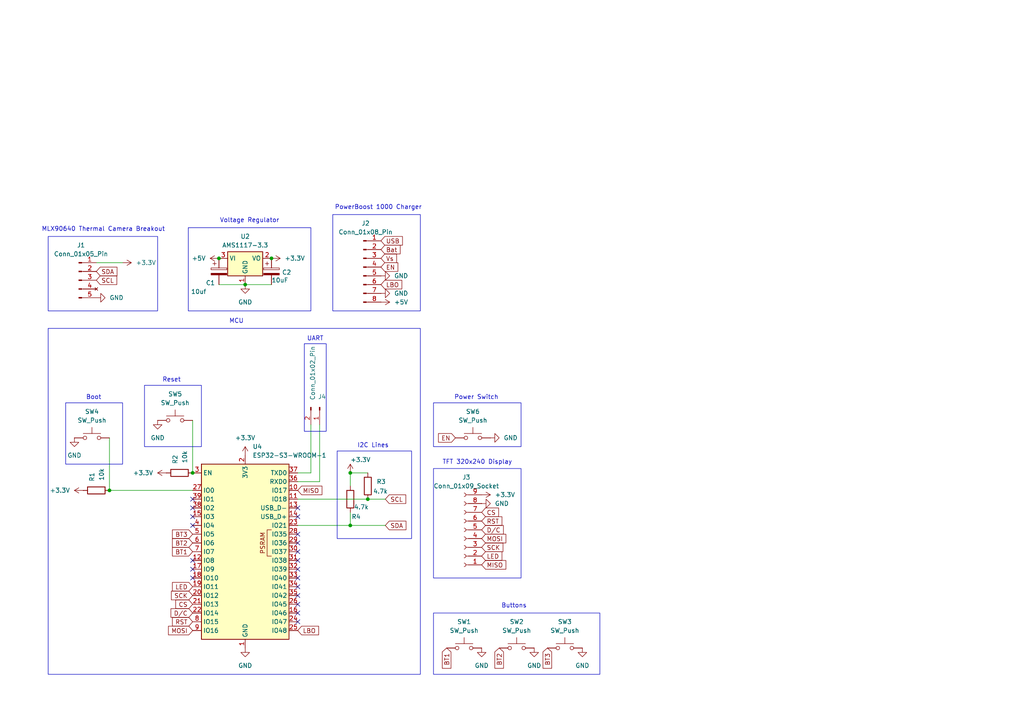
<source format=kicad_sch>
(kicad_sch (version 20250114) (generator "eeschema") (generator_version "9.0")
  (paper "A4")
  (title_block (title "IRview") (date "2025-07-24") (rev "3"))
  (lib_symbols
    (symbol "Connector:Conn_01x02_Pin" (pin_names (offset 1.016) (hide yes))
      (property "Reference" "J" (at 0 2.54 0))
      (property "Value" "Conn_01x02_Pin" (at 0 -5.08 0))
      (symbol "Conn_01x02_Pin_1_1"
        (rectangle (start 0.8636 0.127) (end 0 -0.127) (stroke (width 0.1524)) (fill (type outline)))
        (rectangle (start 0.8636 -2.413) (end 0 -2.667) (stroke (width 0.1524)) (fill (type outline)))
        (polyline (pts (xy 1.27 0) (xy 0.8636 0)) (stroke (width 0.1524)))
        (polyline (pts (xy 1.27 -2.54) (xy 0.8636 -2.54)) (stroke (width 0.1524)))
        (pin passive line (at 5.08 0 180) (length 3.81) (name "Pin_1") (number "1"))
        (pin passive line (at 5.08 -2.54 180) (length 3.81) (name "Pin_2") (number "2"))
      )
    )
    (symbol "Connector:Conn_01x05_Pin" (pin_names (offset 1.016) (hide yes))
      (property "Reference" "J1" (at 0.635 10.16 0))
      (property "Value" "Conn_01x05_Pin" (at 0.635 7.62 0))
      (symbol "Conn_01x05_Pin_1_1"
        (rectangle (start 0.8636 5.207) (end 0 4.953) (stroke (width 0.1524)) (fill (type outline)))
        (rectangle (start 0.8636 2.667) (end 0 2.413) (stroke (width 0.1524)) (fill (type outline)))
        (rectangle (start 0.8636 0.127) (end 0 -0.127) (stroke (width 0.1524)) (fill (type outline)))
        (rectangle (start 0.8636 -2.413) (end 0 -2.667) (stroke (width 0.1524)) (fill (type outline)))
        (rectangle (start 0.8636 -4.953) (end 0 -5.207) (stroke (width 0.1524)) (fill (type outline)))
        (polyline (pts (xy 1.27 5.08) (xy 0.8636 5.08)) (stroke (width 0.1524)))
        (polyline (pts (xy 1.27 2.54) (xy 0.8636 2.54)) (stroke (width 0.1524)))
        (polyline (pts (xy 1.27 0) (xy 0.8636 0)) (stroke (width 0.1524)))
        (polyline (pts (xy 1.27 -2.54) (xy 0.8636 -2.54)) (stroke (width 0.1524)))
        (polyline (pts (xy 1.27 -5.08) (xy 0.8636 -5.08)) (stroke (width 0.1524)))
        (pin input line (at 5.08 5.08 180) (length 3.81) (name "3-6v") (number "1"))
        (pin passive line (at 5.08 2.54 180) (length 3.81) (name "SDA") (number "2"))
        (pin passive line (at 5.08 0 180) (length 3.81) (name "SCL") (number "3"))
        (pin no_connect line (at 5.08 -2.54 180) (length 3.81) (name "NC") (number "4"))
        (pin input line (at 5.08 -5.08 180) (length 3.81) (name "GND") (number "5"))
      )
    )
    (symbol "Connector:Conn_01x08_Pin" (pin_names (offset 1.016) (hide yes))
      (property "Reference" "J2" (at 0.635 12.7 0))
      (property "Value" "Conn_01x08_Pin" (at 0.635 10.16 0))
      (symbol "Conn_01x08_Pin_1_1"
        (rectangle (start 0.8636 7.747) (end 0 7.493) (stroke (width 0.1524)) (fill (type outline)))
        (rectangle (start 0.8636 5.207) (end 0 4.953) (stroke (width 0.1524)) (fill (type outline)))
        (rectangle (start 0.8636 2.667) (end 0 2.413) (stroke (width 0.1524)) (fill (type outline)))
        (rectangle (start 0.8636 0.127) (end 0 -0.127) (stroke (width 0.1524)) (fill (type outline)))
        (rectangle (start 0.8636 -2.413) (end 0 -2.667) (stroke (width 0.1524)) (fill (type outline)))
        (rectangle (start 0.8636 -4.953) (end 0 -5.207) (stroke (width 0.1524)) (fill (type outline)))
        (rectangle (start 0.8636 -7.493) (end 0 -7.747) (stroke (width 0.1524)) (fill (type outline)))
        (rectangle (start 0.8636 -10.033) (end 0 -10.287) (stroke (width 0.1524)) (fill (type outline)))
        (polyline (pts (xy 1.27 7.62) (xy 0.8636 7.62)) (stroke (width 0.1524)))
        (polyline (pts (xy 1.27 5.08) (xy 0.8636 5.08)) (stroke (width 0.1524)))
        (polyline (pts (xy 1.27 2.54) (xy 0.8636 2.54)) (stroke (width 0.1524)))
        (polyline (pts (xy 1.27 0) (xy 0.8636 0)) (stroke (width 0.1524)))
        (polyline (pts (xy 1.27 -2.54) (xy 0.8636 -2.54)))
        (polyline (pts (xy 1.27 -5.08) (xy 0.8636 -5.08)) (stroke (width 0.1524)))
        (polyline (pts (xy 1.27 -7.62) (xy 0.8636 -7.62)) (stroke (width 0.1524)))
        (polyline (pts (xy 1.27 -10.16) (xy 0.8636 -10.16)) (stroke (width 0.1524)))
        (pin passive line (at 5.08 7.62 180) (length 3.81) (name "USB") (number "1"))
        (pin passive line (at 5.08 5.08 180) (length 3.81) (name "Bat") (number "2"))
        (pin passive line (at 5.08 2.54 180) (length 3.81) (name "Vs") (number "3"))
        (pin passive line (at 5.08 0 180) (length 3.81) (name "EN") (number "4"))
        (pin input line (at 5.08 -2.54 180) (length 3.81) (name "GND") (number "5"))
        (pin passive line (at 5.08 -5.08 180) (length 3.81) (name "LBO") (number "6"))
        (pin input line (at 5.08 -7.62 180) (length 3.81) (name "G") (number "7"))
        (pin input line (at 5.08 -10.16 180) (length 3.81) (name "5V") (number "8"))
      )
    )
    (symbol "Connector:Conn_01x09_Socket" (pin_names (offset 1.016) (hide yes))
      (property "Reference" "J" (at 0 12.7 0))
      (property "Value" "Conn_01x09_Socket" (at 0 -12.7 0))
      (symbol "Conn_01x09_Socket_1_1"
        (polyline (pts (xy -1.27 10.16) (xy -0.508 10.16)) (stroke (width 0.1524)))
        (polyline (pts (xy -1.27 7.62) (xy -0.508 7.62)) (stroke (width 0.1524)))
        (polyline (pts (xy -1.27 5.08) (xy -0.508 5.08)) (stroke (width 0.1524)))
        (polyline (pts (xy -1.27 2.54) (xy -0.508 2.54)) (stroke (width 0.1524)))
        (polyline (pts (xy -1.27 0) (xy -0.508 0)) (stroke (width 0.1524)))
        (polyline (pts (xy -1.27 -2.54) (xy -0.508 -2.54)) (stroke (width 0.1524)))
        (polyline (pts (xy -1.27 -5.08) (xy -0.508 -5.08)) (stroke (width 0.1524)))
        (polyline (pts (xy -1.27 -7.62) (xy -0.508 -7.62)) (stroke (width 0.1524)))
        (polyline (pts (xy -1.27 -10.16) (xy -0.508 -10.16)) (stroke (width 0.1524)))
        (arc (start 0 9.652) (mid -0.5058 10.16) (end 0 10.668) (stroke (width 0.1524)))
        (arc (start 0 7.112) (mid -0.5058 7.62) (end 0 8.128) (stroke (width 0.1524)))
        (arc (start 0 4.572) (mid -0.5058 5.08) (end 0 5.588) (stroke (width 0.1524)))
        (arc (start 0 2.032) (mid -0.5058 2.54) (end 0 3.048) (stroke (width 0.1524)))
        (arc (start 0 -0.508) (mid -0.5058 0) (end 0 0.508) (stroke (width 0.1524)))
        (arc (start 0 -3.048) (mid -0.5058 -2.54) (end 0 -2.032) (stroke (width 0.1524)))
        (arc (start 0 -5.588) (mid -0.5058 -5.08) (end 0 -4.572) (stroke (width 0.1524)))
        (arc (start 0 -8.128) (mid -0.5058 -7.62) (end 0 -7.112) (stroke (width 0.1524)))
        (arc (start 0 -10.668) (mid -0.5058 -10.16) (end 0 -9.652) (stroke (width 0.1524)))
        (pin passive line (at -5.08 10.16 0) (length 3.81) (name "Pin_1") (number "1"))
        (pin passive line (at -5.08 7.62 0) (length 3.81) (name "Pin_2") (number "2"))
        (pin passive line (at -5.08 5.08 0) (length 3.81) (name "Pin_3") (number "3"))
        (pin passive line (at -5.08 2.54 0) (length 3.81) (name "Pin_4") (number "4"))
        (pin passive line (at -5.08 0 0) (length 3.81) (name "Pin_5") (number "5"))
        (pin passive line (at -5.08 -2.54 0) (length 3.81) (name "Pin_6") (number "6"))
        (pin passive line (at -5.08 -5.08 0) (length 3.81) (name "Pin_7") (number "7"))
        (pin passive line (at -5.08 -7.62 0) (length 3.81) (name "Pin_8") (number "8"))
        (pin passive line (at -5.08 -10.16 0) (length 3.81) (name "Pin_9") (number "9"))
      )
    )
    (symbol "Device:C_Polarized" (pin_numbers (hide yes)) (pin_names (offset 0.254))
      (property "Reference" "C" (at 0.635 2.54 0))
      (property "Value" "C_Polarized" (at 0.635 -2.54 0))
      (symbol "C_Polarized_0_1"
        (rectangle (start -2.286 0.508) (end 2.286 1.016))
        (polyline (pts (xy -1.778 2.286) (xy -0.762 2.286)))
        (polyline (pts (xy -1.27 2.794) (xy -1.27 1.778)))
        (rectangle (start 2.286 -0.508) (end -2.286 -1.016) (fill (type outline)))
      )
      (symbol "C_Polarized_1_1"
        (pin passive line (at 0 3.81 270) (length 2.794) (name "~") (number "1"))
        (pin passive line (at 0 -3.81 90) (length 2.794) (name "~") (number "2"))
      )
    )
    (symbol "Device:R" (pin_numbers (hide yes)) (pin_names (offset 0))
      (property "Reference" "R" (at 2.032 0 90))
      (property "Value" "R" (at 0 0 90))
      (symbol "R_0_1"
        (rectangle (start -1.016 -2.54) (end 1.016 2.54) (stroke (width 0.254)))
      )
      (symbol "R_1_1"
        (pin passive line (at 0 3.81 270) (length 1.27) (name "~") (number "1"))
        (pin passive line (at 0 -3.81 90) (length 1.27) (name "~") (number "2"))
      )
    )
    (symbol "RF_Module:ESP32-S3-WROOM-1"
      (property "Reference" "U" (at -12.7 26.67 0))
      (property "Value" "ESP32-S3-WROOM-1" (at 12.7 26.67 0))
      (symbol "ESP32-S3-WROOM-1_0_0"
        (rectangle (start -12.7 25.4) (end 12.7 -25.4) (stroke (width 0.254)) (fill (type background)))
        (text "PSRAM" (at 5.08 2.54 900) (effects (font (size 1.27 1.27))))
      )
      (symbol "ESP32-S3-WROOM-1_0_1"
        (polyline (pts (xy 7.62 -1.27) (xy 6.35 -1.27) (xy 6.35 6.35) (xy 7.62 6.35)))
      )
      (symbol "ESP32-S3-WROOM-1_1_1"
        (pin input line (at -15.24 22.86 0) (length 2.54) (name "EN") (number "3"))
        (pin bidirectional line (at -15.24 17.78 0) (length 2.54) (name "IO0") (number "27"))
        (pin bidirectional line (at -15.24 15.24 0) (length 2.54) (name "IO1") (number "39"))
        (pin bidirectional line (at -15.24 12.7 0) (length 2.54) (name "IO2") (number "38"))
        (pin bidirectional line (at -15.24 10.16 0) (length 2.54) (name "IO3") (number "15"))
        (pin bidirectional line (at -15.24 7.62 0) (length 2.54) (name "IO4") (number "4"))
        (pin bidirectional line (at -15.24 5.08 0) (length 2.54) (name "IO5") (number "5"))
        (pin bidirectional line (at -15.24 2.54 0) (length 2.54) (name "IO6") (number "6"))
        (pin bidirectional line (at -15.24 0 0) (length 2.54) (name "IO7") (number "7"))
        (pin bidirectional line (at -15.24 -2.54 0) (length 2.54) (name "IO8") (number "12"))
        (pin bidirectional line (at -15.24 -5.08 0) (length 2.54) (name "IO9") (number "17"))
        (pin bidirectional line (at -15.24 -7.62 0) (length 2.54) (name "IO10") (number "18"))
        (pin bidirectional line (at -15.24 -10.16 0) (length 2.54) (name "IO11") (number "19"))
        (pin bidirectional line (at -15.24 -12.7 0) (length 2.54) (name "IO12") (number "20"))
        (pin bidirectional line (at -15.24 -15.24 0) (length 2.54) (name "IO13") (number "21"))
        (pin bidirectional line (at -15.24 -17.78 0) (length 2.54) (name "IO14") (number "22"))
        (pin bidirectional line (at -15.24 -20.32 0) (length 2.54) (name "IO15") (number "8"))
        (pin bidirectional line (at -15.24 -22.86 0) (length 2.54) (name "IO16") (number "9"))
        (pin power_in line (at 0 27.94 270) (length 2.54) (name "3V3") (number "2"))
        (pin power_in line (at 0 -27.94 90) (length 2.54) (name "GND") (number "1"))
        (pin passive line (at 0 -27.94 90) (length 2.54) (hide yes) (name "GND") (number "40"))
        (pin passive line (at 0 -27.94 90) (length 2.54) (hide yes) (name "GND") (number "41"))
        (pin bidirectional line (at 15.24 22.86 180) (length 2.54) (name "TXD0") (number "37"))
        (pin bidirectional line (at 15.24 20.32 180) (length 2.54) (name "RXD0") (number "36"))
        (pin bidirectional line (at 15.24 17.78 180) (length 2.54) (name "IO17") (number "10"))
        (pin bidirectional line (at 15.24 15.24 180) (length 2.54) (name "IO18") (number "11"))
        (pin bidirectional line (at 15.24 12.7 180) (length 2.54) (name "USB_D-") (number "13"))
        (pin bidirectional line (at 15.24 10.16 180) (length 2.54) (name "USB_D+") (number "14"))
        (pin bidirectional line (at 15.24 7.62 180) (length 2.54) (name "IO21") (number "23"))
        (pin bidirectional line (at 15.24 5.08 180) (length 2.54) (name "IO35") (number "28"))
        (pin bidirectional line (at 15.24 2.54 180) (length 2.54) (name "IO36") (number "29"))
        (pin bidirectional line (at 15.24 0 180) (length 2.54) (name "IO37") (number "30"))
        (pin bidirectional line (at 15.24 -2.54 180) (length 2.54) (name "IO38") (number "31"))
        (pin bidirectional line (at 15.24 -5.08 180) (length 2.54) (name "IO39") (number "32"))
        (pin bidirectional line (at 15.24 -7.62 180) (length 2.54) (name "IO40") (number "33"))
        (pin bidirectional line (at 15.24 -10.16 180) (length 2.54) (name "IO41") (number "34"))
        (pin bidirectional line (at 15.24 -12.7 180) (length 2.54) (name "IO42") (number "35"))
        (pin bidirectional line (at 15.24 -15.24 180) (length 2.54) (name "IO45") (number "26"))
        (pin bidirectional line (at 15.24 -17.78 180) (length 2.54) (name "IO46") (number "16"))
        (pin bidirectional line (at 15.24 -20.32 180) (length 2.54) (name "IO47") (number "24"))
        (pin bidirectional line (at 15.24 -22.86 180) (length 2.54) (name "IO48") (number "25"))
      )
    )
    (symbol "Regulator_Linear:AMS1117-3.3"
      (property "Reference" "U" (at -3.81 3.175 0))
      (property "Value" "AMS1117-3.3" (at 0 3.175 0))
      (symbol "AMS1117-3.3_0_1"
        (rectangle (start -5.08 -5.08) (end 5.08 1.905) (stroke (width 0.254)) (fill (type background)))
      )
      (symbol "AMS1117-3.3_1_1"
        (pin power_in line (at -7.62 0 0) (length 2.54) (name "VI") (number "3"))
        (pin power_in line (at 0 -7.62 90) (length 2.54) (name "GND") (number "1"))
        (pin power_out line (at 7.62 0 180) (length 2.54) (name "VO") (number "2"))
      )
    )
    (symbol "Switch:SW_Push" (pin_numbers (hide yes)) (pin_names (offset 1.016) (hide yes))
      (property "Reference" "SW" (at 1.27 2.54 0))
      (property "Value" "SW_Push" (at 0 -1.524 0))
      (symbol "SW_Push_0_1"
        (circle (center -2.032 0) (radius 0.508))
        (polyline (pts (xy 0 1.27) (xy 0 3.048)))
        (circle (center 2.032 0) (radius 0.508))
        (polyline (pts (xy 2.54 1.27) (xy -2.54 1.27)))
        (pin passive line (at -5.08 0 0) (length 2.54) (name "1") (number "1"))
        (pin passive line (at 5.08 0 180) (length 2.54) (name "2") (number "2"))
      )
    )
    (symbol "power:+3.3V" (power) (pin_numbers (hide yes)) (pin_names (offset 0) (hide yes))
      (property "Value" "+3.3V" (at 0 3.556 0))
      (symbol "+3.3V_0_1"
        (polyline (pts (xy -0.762 1.27) (xy 0 2.54)))
        (polyline (pts (xy 0 2.54) (xy 0.762 1.27)))
        (polyline (pts (xy 0 0) (xy 0 2.54)))
      )
      (symbol "+3.3V_1_1"
        (pin power_in line (at 0 0 90) (length 0) (name "~") (number "1"))
      )
    )
    (symbol "power:+5V" (power) (pin_numbers (hide yes)) (pin_names (offset 0) (hide yes))
      (property "Value" "+5V" (at 0 3.556 0))
      (symbol "+5V_0_1"
        (polyline (pts (xy -0.762 1.27) (xy 0 2.54)))
        (polyline (pts (xy 0 2.54) (xy 0.762 1.27)))
        (polyline (pts (xy 0 0) (xy 0 2.54)))
      )
      (symbol "+5V_1_1"
        (pin power_in line (at 0 0 90) (length 0) (name "~") (number "1"))
      )
    )
    (symbol "power:GND" (power) (pin_numbers (hide yes)) (pin_names (offset 0) (hide yes))
      (property "Value" "GND" (at 0 -3.81 0))
      (symbol "GND_0_1"
        (polyline (pts (xy 0 0) (xy 0 -1.27) (xy 1.27 -1.27) (xy 0 -2.54) (xy -1.27 -1.27) (xy 0 -1.27)))
      )
      (symbol "GND_1_1"
        (pin power_in line (at 0 0 270) (length 0) (name "~") (number "1"))
      )
    )
  )
  (rectangle (start 13.97 95.25) (end 121.92 195.58))
  (rectangle (start 125.73 135.89) (end 151.13 167.64))
  (rectangle (start 125.73 116.84) (end 151.13 129.54))
  (rectangle (start 54.61 66.04) (end 90.17 90.17))
  (rectangle (start 13.97 68.58) (end 45.72 90.17))
  (rectangle (start 97.79 130.81) (end 119.38 156.21))
  (rectangle (start 88.265 99.695) (end 94.615 125.095))
  (rectangle (start 19.05 116.84) (end 35.56 134.62))
  (rectangle (start 96.52 62.23) (end 121.92 90.17))
  (rectangle (start 125.73 177.8) (end 173.99 195.58))
  (rectangle (start 41.91 111.76) (end 58.42 129.54))
  (text "Voltage Regulator" (at 72.39 64.008 0) (effects (font (size 1.27 1.27))))
  (text "Boot" (at 27.178 115.316 0) (effects (font (size 1.27 1.27))))
  (text "PowerBoost 1000 Charger" (at 109.728 60.198 0) (effects (font (size 1.27 1.27))))
  (text "UART" (at 91.44 98.298 0) (effects (font (size 1.27 1.27))))
  (text "TFT 320x240 Display" (at 138.43 134.112 0) (effects (font (size 1.27 1.27))))
  (text "I2C Lines" (at 108.204 129.286 0) (effects (font (size 1.27 1.27))))
  (text "Buttons" (at 149.098 175.768 0) (effects (font (size 1.27 1.27))))
  (text "Reset" (at 49.784 110.236 0) (effects (font (size 1.27 1.27))))
  (text "MCU" (at 68.58 93.218 0) (effects (font (size 1.27 1.27))))
  (text "MLX90640 Thermal Camera Breakout" (at 29.972 66.548 0) (effects (font (size 1.27 1.27))))
  (text "Power Switch" (at 138.176 115.316 0) (effects (font (size 1.27 1.27))))
  (junction (at 101.6 137.16))
  (junction (at 63.5 74.93))
  (junction (at 78.74 74.93))
  (junction (at 55.88 137.16))
  (junction (at 101.6 152.4))
  (junction (at 106.68 144.78))
  (junction (at 71.12 82.55))
  (junction (at 31.75 142.24))
  (no_connect (at 55.88 165.1))
  (no_connect (at 55.88 152.4))
  (no_connect (at 86.36 180.34))
  (no_connect (at 55.88 162.56))
  (no_connect (at 55.88 144.78))
  (no_connect (at 86.36 167.64))
  (no_connect (at 86.36 172.72))
  (no_connect (at 86.36 170.18))
  (no_connect (at 86.36 160.02))
  (no_connect (at 86.36 175.26))
  (no_connect (at 86.36 157.48))
  (no_connect (at 86.36 177.8))
  (no_connect (at 86.36 154.94))
  (no_connect (at 55.88 147.32))
  (no_connect (at 55.88 167.64))
  (no_connect (at 86.36 165.1))
  (no_connect (at 86.36 162.56))
  (no_connect (at 86.36 149.86))
  (no_connect (at 86.36 147.32))
  (no_connect (at 55.88 149.86))
  (wire (pts (xy 86.36 144.78) (xy 106.68 144.78)))
  (wire (pts (xy 86.36 152.4) (xy 101.6 152.4)))
  (wire (pts (xy 106.68 144.78) (xy 111.76 144.78)))
  (wire (pts (xy 101.6 148.59) (xy 101.6 152.4)))
  (wire (pts (xy 101.6 152.4) (xy 111.76 152.4)))
  (wire (pts (xy 55.88 137.16) (xy 55.88 121.92)))
  (wire (pts (xy 31.75 142.24) (xy 31.75 127)))
  (wire (pts (xy 86.36 139.7) (xy 92.71 139.7)))
  (wire (pts (xy 31.75 142.24) (xy 55.88 142.24)))
  (wire (pts (xy 27.94 76.2) (xy 35.56 76.2)))
  (wire (pts (xy 101.6 137.16) (xy 101.6 140.97)))
  (wire (pts (xy 92.71 139.7) (xy 92.71 123.19)))
  (wire (pts (xy 86.36 137.16) (xy 90.17 137.16)))
  (wire (pts (xy 71.12 82.55) (xy 78.74 82.55)))
  (wire (pts (xy 101.6 137.16) (xy 106.68 137.16)))
  (wire (pts (xy 63.5 82.55) (xy 71.12 82.55)))
  (wire (pts (xy 90.17 137.16) (xy 90.17 123.19)))
  (global_label "MISO" (shape input) (at 139.7 163.83 0) (property "Intersheetrefs" "${INTERSHEET_REFS}" (effects (hide yes))))
  (global_label "MOSI" (shape input) (at 55.88 182.88 180) (property "Intersheetrefs" "${INTERSHEET_REFS}" (effects (hide yes))))
  (global_label "BT3" (shape input) (at 158.75 187.96 270) (property "Intersheetrefs" "${INTERSHEET_REFS}" (effects (hide yes))))
  (global_label "LBO" (shape input) (at 86.36 182.88 0) (property "Intersheetrefs" "${INTERSHEET_REFS}" (effects (hide yes))))
  (global_label "Vs" (shape input) (at 110.49 74.93 0) (property "Intersheetrefs" "${INTERSHEET_REFS}" (effects (hide yes))))
  (global_label "LBO" (shape input) (at 110.49 82.55 0) (property "Intersheetrefs" "${INTERSHEET_REFS}" (effects (hide yes))))
  (global_label "RST" (shape input) (at 55.88 180.34 180) (property "Intersheetrefs" "${INTERSHEET_REFS}" (effects (hide yes))))
  (global_label "RST" (shape input) (at 139.7 151.13 0) (property "Intersheetrefs" "${INTERSHEET_REFS}" (effects (hide yes))))
  (global_label "SDA" (shape input) (at 111.76 152.4 0) (property "Intersheetrefs" "${INTERSHEET_REFS}" (effects (hide yes))))
  (global_label "CS" (shape input) (at 139.7 148.59 0) (property "Intersheetrefs" "${INTERSHEET_REFS}" (effects (hide yes))))
  (global_label "BT2" (shape input) (at 55.88 157.48 180) (property "Intersheetrefs" "${INTERSHEET_REFS}" (effects (hide yes))))
  (global_label "SCK" (shape input) (at 139.7 158.75 0) (property "Intersheetrefs" "${INTERSHEET_REFS}" (effects (hide yes))))
  (global_label "MOSI" (shape input) (at 139.7 156.21 0) (property "Intersheetrefs" "${INTERSHEET_REFS}" (effects (hide yes))))
  (global_label "SCL" (shape input) (at 27.94 81.28 0) (property "Intersheetrefs" "${INTERSHEET_REFS}" (effects (hide yes))))
  (global_label "Bat" (shape input) (at 110.49 72.39 0) (property "Intersheetrefs" "${INTERSHEET_REFS}" (effects (hide yes))))
  (global_label "SCK" (shape input) (at 55.88 172.72 180) (property "Intersheetrefs" "${INTERSHEET_REFS}" (effects (hide yes))))
  (global_label "EN" (shape input) (at 132.08 127 180) (property "Intersheetrefs" "${INTERSHEET_REFS}" (effects (hide yes))))
  (global_label "LED" (shape input) (at 55.88 170.18 180) (property "Intersheetrefs" "${INTERSHEET_REFS}" (effects (hide yes))))
  (global_label "CS" (shape input) (at 55.88 175.26 180) (property "Intersheetrefs" "${INTERSHEET_REFS}" (effects (hide yes))))
  (global_label "MISO" (shape input) (at 86.36 142.24 0) (property "Intersheetrefs" "${INTERSHEET_REFS}" (effects (hide yes))))
  (global_label "LED" (shape input) (at 139.7 161.29 0) (property "Intersheetrefs" "${INTERSHEET_REFS}" (effects (hide yes))))
  (global_label "D{slash}C" (shape input) (at 139.7 153.67 0) (property "Intersheetrefs" "${INTERSHEET_REFS}" (effects (hide yes))))
  (global_label "EN" (shape input) (at 110.49 77.47 0) (property "Intersheetrefs" "${INTERSHEET_REFS}" (effects (hide yes))))
  (global_label "BT3" (shape input) (at 55.88 154.94 180) (property "Intersheetrefs" "${INTERSHEET_REFS}" (effects (hide yes))))
  (global_label "BT2" (shape input) (at 144.78 187.96 270) (property "Intersheetrefs" "${INTERSHEET_REFS}" (effects (hide yes))))
  (global_label "USB" (shape input) (at 110.49 69.85 0) (property "Intersheetrefs" "${INTERSHEET_REFS}" (effects (hide yes))))
  (global_label "SCL" (shape input) (at 111.76 144.78 0) (property "Intersheetrefs" "${INTERSHEET_REFS}" (effects (hide yes))))
  (global_label "BT1" (shape input) (at 55.88 160.02 180) (property "Intersheetrefs" "${INTERSHEET_REFS}" (effects (hide yes))))
  (global_label "D{slash}C" (shape input) (at 55.88 177.8 180) (property "Intersheetrefs" "${INTERSHEET_REFS}" (effects (hide yes))))
  (global_label "BT1" (shape input) (at 129.54 187.96 270) (property "Intersheetrefs" "${INTERSHEET_REFS}" (effects (hide yes))))
  (global_label "SDA" (shape input) (at 27.94 78.74 0) (property "Intersheetrefs" "${INTERSHEET_REFS}" (effects (hide yes))))
  (symbol (lib_id "power:GND") (at 139.7 146.05 90) (unit 1)
    (property "Reference" "#PWR011" (effects (hide yes)))
    (property "Value" "GND" (at 143.51 146.0499 90) (effects (justify right)))
    (property "Description" "Power symbol creates a global label with name \"GND\" , ground" (effects (hide yes)))
  )
  (symbol (lib_id "Device:C_Polarized") (at 78.74 78.74 0) (unit 1) (in_bom no)
    (property "Reference" "C2" (at 81.788 78.994 0) (effects (justify left)))
    (property "Value" "10uF" (at 78.74 81.28 0) (effects (justify left)))
    (property "Footprint" "Capacitor_THT:CP_Radial_D4.0mm_P2.00mm" (effects (hide yes)))
    (property "Description" "Polarized capacitor" (effects (hide yes)))
  )
  (symbol (lib_id "power:+3.3V") (at 48.26 137.16 90) (unit 1)
    (property "Reference" "#PWR024" (effects (hide yes)))
    (property "Value" "+3.3V" (at 44.45 137.1599 90) (effects (justify left)))
    (property "Description" "Power symbol creates a global label with name \"+3.3V\"" (effects (hide yes)))
  )
  (symbol (lib_id "Device:R") (at 106.68 140.97 0) (unit 1) (in_bom no)
    (property "Reference" "R3" (at 109.22 139.6999 0) (effects (justify left)))
    (property "Value" "4.7k" (at 108.204 142.494 0) (effects (justify left)))
    (property "Footprint" "Resistor_THT:R_Axial_DIN0207_L6.3mm_D2.5mm_P7.62mm_Horizontal" (effects (hide yes)))
    (property "Description" "Resistor" (effects (hide yes)))
  )
  (symbol (lib_id "Switch:SW_Push") (at 26.67 127 0) (unit 1) (in_bom no)
    (property "Reference" "SW4" (at 26.67 119.38 0))
    (property "Value" "SW_Push" (at 26.67 121.92 0))
    (property "Footprint" "Button_Switch_THT:SW_PUSH_6mm_H4.3mm" (effects (hide yes)))
    (property "Description" "Push button switch, generic, two pins" (effects (hide yes)))
  )
  (symbol (lib_id "Connector:Conn_01x09_Socket") (at 134.62 153.67 180) (unit 1)
    (property "Reference" "J3" (at 135.255 138.43 0))
    (property "Value" "Conn_01x09_Socket" (at 135.255 140.97 0))
    (property "Footprint" "Connector_PinSocket_2.54mm:PinSocket_1x09_P2.54mm_Vertical" (effects (hide yes)))
    (property "Description" "Generic connector, single row, 01x09, script generated" (effects (hide yes)))
  )
  (symbol (lib_id "Connector:Conn_01x05_Pin") (at 22.86 81.28 0) (unit 1) (in_bom no)
    (property "Reference" "J1" (at 23.495 71.12 0))
    (property "Value" "Conn_01x05_Pin" (at 23.495 73.66 0))
    (property "Footprint" "Connector_PinHeader_2.54mm:PinHeader_1x05_P2.54mm_Vertical" (effects (hide yes)))
    (property "Description" "Generic connector, single row, 01x05, script generated" (effects (hide yes)))
  )
  (symbol (lib_id "Switch:SW_Push") (at 149.86 187.96 0) (unit 1) (in_bom no)
    (property "Reference" "SW2" (at 149.86 180.34 0))
    (property "Value" "SW_Push" (at 149.86 182.88 0))
    (property "Footprint" "Button_Switch_THT:SW_PUSH_6mm" (effects (hide yes)))
    (property "Description" "Push button switch, generic, two pins" (effects (hide yes)))
  )
  (symbol (lib_id "power:GND") (at 139.7 187.96 0) (unit 1)
    (property "Reference" "#PWR03" (effects (hide yes)))
    (property "Value" "GND" (at 139.7 193.04 0))
    (property "Description" "Power symbol creates a global label with name \"GND\" , ground" (effects (hide yes)))
  )
  (symbol (lib_id "Switch:SW_Push") (at 137.16 127 0) (unit 1) (in_bom no)
    (property "Reference" "SW6" (at 137.16 119.38 0))
    (property "Value" "SW_Push" (at 137.16 121.92 0))
    (property "Footprint" "Button_Switch_THT:SW_DIP_SPSTx01_Slide_9.78x4.72mm_W7.62mm_P2.54mm" (effects (hide yes)))
    (property "Description" "Push button switch, generic, two pins" (effects (hide yes)))
  )
  (symbol (lib_id "power:+3.3V") (at 71.12 132.08 0) (unit 1)
    (property "Reference" "#PWR022" (effects (hide yes)))
    (property "Value" "+3.3V" (at 71.12 127 0))
    (property "Description" "Power symbol creates a global label with name \"+3.3V\"" (effects (hide yes)))
  )
  (symbol (lib_id "Switch:SW_Push") (at 163.83 187.96 0) (unit 1) (in_bom no)
    (property "Reference" "SW3" (at 163.83 180.34 0))
    (property "Value" "SW_Push" (at 163.83 182.88 0))
    (property "Footprint" "Button_Switch_THT:SW_PUSH_6mm" (effects (hide yes)))
    (property "Description" "Push button switch, generic, two pins" (effects (hide yes)))
  )
  (symbol (lib_id "power:GND") (at 71.12 82.55 0) (unit 1)
    (property "Reference" "#PWR014" (effects (hide yes)))
    (property "Value" "GND" (at 71.12 87.63 0))
    (property "Description" "Power symbol creates a global label with name \"GND\" , ground" (effects (hide yes)))
  )
  (symbol (lib_id "power:GND") (at 110.49 80.01 90) (unit 1)
    (property "Reference" "#PWR010" (effects (hide yes)))
    (property "Value" "GND" (at 114.3 80.0099 90) (effects (justify right)))
    (property "Description" "Power symbol creates a global label with name \"GND\" , ground" (effects (hide yes)))
  )
  (symbol (lib_id "power:+3.3V") (at 101.6 137.16 0) (unit 1)
    (property "Reference" "#PWR026" (effects (hide yes)))
    (property "Value" "+3.3V" (at 101.5999 133.35 0) (effects (justify left)))
    (property "Description" "Power symbol creates a global label with name \"+3.3V\"" (effects (hide yes)))
  )
  (symbol (lib_id "Switch:SW_Push") (at 50.8 121.92 0) (unit 1) (in_bom no)
    (property "Reference" "SW5" (at 50.8 114.3 0))
    (property "Value" "SW_Push" (at 50.8 116.84 0))
    (property "Footprint" "Button_Switch_THT:SW_PUSH_6mm_H4.3mm" (effects (hide yes)))
    (property "Description" "Push button switch, generic, two pins" (effects (hide yes)))
  )
  (symbol (lib_id "power:GND") (at 142.24 127 90) (unit 1)
    (property "Reference" "#PWR02" (effects (hide yes)))
    (property "Value" "GND" (at 146.05 126.9999 90) (effects (justify right)))
    (property "Description" "Power symbol creates a global label with name \"GND\" , ground" (effects (hide yes)))
  )
  (symbol (lib_id "power:GND") (at 45.72 121.92 0) (unit 1)
    (property "Reference" "#PWR023" (effects (hide yes)))
    (property "Value" "GND" (at 45.72 127 0))
    (property "Description" "Power symbol creates a global label with name \"GND\" , ground" (effects (hide yes)))
  )
  (symbol (lib_id "power:+5V") (at 110.49 87.63 270) (unit 1)
    (property "Reference" "#PWR08" (effects (hide yes)))
    (property "Value" "+5V" (at 114.3 87.6299 90) (effects (justify left)))
    (property "Description" "Power symbol creates a global label with name \"+5V\"" (effects (hide yes)))
  )
  (symbol (lib_id "Device:R") (at 52.07 137.16 90) (unit 1) (in_bom no)
    (property "Reference" "R2" (at 50.7999 134.62 0) (effects (justify left)))
    (property "Value" "10k" (at 53.594 134.366 0) (effects (justify left)))
    (property "Footprint" "Resistor_THT:R_Axial_DIN0207_L6.3mm_D2.5mm_P7.62mm_Horizontal" (effects (hide yes)))
    (property "Description" "Resistor" (effects (hide yes)))
  )
  (symbol (lib_id "power:+3.3V") (at 78.74 74.93 270) (unit 1)
    (property "Reference" "#PWR013" (effects (hide yes)))
    (property "Value" "+3.3V" (at 82.55 74.9299 90) (effects (justify left)))
    (property "Description" "Power symbol creates a global label with name \"+3.3V\"" (effects (hide yes)))
  )
  (symbol (lib_id "Device:R") (at 101.6 144.78 180) (unit 1) (in_bom no)
    (property "Reference" "R4" (at 104.648 149.86 0) (effects (justify left)))
    (property "Value" "4.7k" (at 106.934 147.066 0) (effects (justify left)))
    (property "Footprint" "Resistor_THT:R_Axial_DIN0207_L6.3mm_D2.5mm_P7.62mm_Horizontal" (effects (hide yes)))
    (property "Description" "Resistor" (effects (hide yes)))
  )
  (symbol (lib_id "power:+3.3V") (at 35.56 76.2 270) (unit 1)
    (property "Reference" "#PWR06" (effects (hide yes)))
    (property "Value" "+3.3V" (at 39.37 76.1999 90) (effects (justify left)))
    (property "Description" "Power symbol creates a global label with name \"+3.3V\"" (effects (hide yes)))
  )
  (symbol (lib_id "Connector:Conn_01x08_Pin") (at 105.41 77.47 0) (unit 1) (in_bom no)
    (property "Reference" "J2" (at 106.045 64.77 0))
    (property "Value" "Conn_01x08_Pin" (at 106.045 67.31 0))
    (property "Footprint" "Connector_PinHeader_2.54mm:PinHeader_1x08_P2.54mm_Vertical" (effects (hide yes)))
    (property "Description" "Generic connector, single row, 01x08, script generated" (effects (hide yes)))
  )
  (symbol (lib_id "Switch:SW_Push") (at 134.62 187.96 0) (unit 1) (in_bom no)
    (property "Reference" "SW1" (at 134.62 180.34 0))
    (property "Value" "SW_Push" (at 134.62 182.88 0))
    (property "Footprint" "Button_Switch_THT:SW_PUSH_6mm" (effects (hide yes)))
    (property "Description" "Push button switch, generic, two pins" (effects (hide yes)))
  )
  (symbol (lib_id "power:GND") (at 21.59 127 0) (unit 1)
    (property "Reference" "#PWR027" (effects (hide yes)))
    (property "Value" "GND" (at 21.59 132.08 0))
    (property "Description" "Power symbol creates a global label with name \"GND\" , ground" (effects (hide yes)))
  )
  (symbol (lib_id "power:GND") (at 168.91 187.96 0) (unit 1)
    (property "Reference" "#PWR05" (effects (hide yes)))
    (property "Value" "GND" (at 168.91 193.04 0))
    (property "Description" "Power symbol creates a global label with name \"GND\" , ground" (effects (hide yes)))
  )
  (symbol (lib_id "power:+5V") (at 63.5 74.93 90) (unit 1)
    (property "Reference" "#PWR021" (effects (hide yes)))
    (property "Value" "+5V" (at 59.69 74.9299 90) (effects (justify left)))
    (property "Description" "Power symbol creates a global label with name \"+5V\"" (effects (hide yes)))
  )
  (symbol (lib_id "Regulator_Linear:AMS1117-3.3") (at 71.12 74.93 0) (unit 1)
    (property "Reference" "U2" (at 71.12 68.58 0))
    (property "Value" "AMS1117-3.3" (at 71.12 71.12 0))
    (property "Footprint" "Package_TO_SOT_SMD:SOT-223-3_TabPin2" (effects (hide yes)))
    (property "Datasheet" "http://www.advanced-monolithic.com/pdf/ds1117.pdf" (effects (hide yes)))
    (property "Description" "1A Low Dropout regulator, positive, 3.3V fixed output, SOT-223" (effects (hide yes)))
  )
  (symbol (lib_id "Device:C_Polarized") (at 63.5 78.74 0) (unit 1) (in_bom no)
    (property "Reference" "C1" (at 59.69 82.042 0) (effects (justify left)))
    (property "Value" "10uf" (at 55.372 84.582 0) (effects (justify left)))
    (property "Footprint" "Capacitor_THT:CP_Radial_D4.0mm_P2.00mm" (effects (hide yes)))
    (property "Description" "Polarized capacitor" (effects (hide yes)))
  )
  (symbol (lib_id "power:GND") (at 154.94 187.96 0) (unit 1)
    (property "Reference" "#PWR04" (effects (hide yes)))
    (property "Value" "GND" (at 154.94 193.04 0))
    (property "Description" "Power symbol creates a global label with name \"GND\" , ground" (effects (hide yes)))
  )
  (symbol (lib_id "Connector:Conn_01x02_Pin") (at 92.71 118.11 270) (unit 1) (in_bom no)
    (property "Reference" "J4" (at 92.202 115.062 90) (effects (justify left)))
    (property "Value" "Conn_01x02_Pin" (at 90.678 100.33 0) (effects (justify left)))
    (property "Footprint" "Connector_PinHeader_2.54mm:PinHeader_1x02_P2.54mm_Vertical" (effects (hide yes)))
    (property "Description" "Generic connector, single row, 01x02, script generated" (effects (hide yes)))
  )
  (symbol (lib_id "RF_Module:ESP32-S3-WROOM-1") (at 71.12 160.02 0) (unit 1)
    (property "Reference" "U4" (at 73.2633 129.54 0) (effects (justify left)))
    (property "Value" "ESP32-S3-WROOM-1" (at 73.2633 132.08 0) (effects (justify left)))
    (property "Footprint" "RF_Module:ESP32-S3-WROOM-1" (effects (hide yes)))
    (property "Datasheet" "https://www.espressif.com/sites/default/files/documentation/esp32-s3-wroom-1_wroom-1u_datasheet_en.pdf" (effects (hide yes)))
    (property "Description" "RF Module, ESP32-S3 SoC, Wi-Fi 802.11b/g/n, Bluetooth, BLE, 32-bit, 3.3V, onboard antenna, SMD" (effects (hide yes)))
  )
  (symbol (lib_id "power:+3.3V") (at 24.13 142.24 90) (unit 1)
    (property "Reference" "#PWR028" (effects (hide yes)))
    (property "Value" "+3.3V" (at 20.32 142.2399 90) (effects (justify left)))
    (property "Description" "Power symbol creates a global label with name \"+3.3V\"" (effects (hide yes)))
  )
  (symbol (lib_id "power:GND") (at 110.49 85.09 90) (unit 1)
    (property "Reference" "#PWR09" (effects (hide yes)))
    (property "Value" "GND" (at 114.3 85.0899 90) (effects (justify right)))
    (property "Description" "Power symbol creates a global label with name \"GND\" , ground" (effects (hide yes)))
  )
  (symbol (lib_id "Device:R") (at 27.94 142.24 90) (unit 1) (in_bom no)
    (property "Reference" "R1" (at 26.6699 139.7 0) (effects (justify left)))
    (property "Value" "10k" (at 29.464 139.446 0) (effects (justify left)))
    (property "Footprint" "Resistor_THT:R_Axial_DIN0207_L6.3mm_D2.5mm_P7.62mm_Horizontal" (effects (hide yes)))
    (property "Description" "Resistor" (effects (hide yes)))
  )
  (symbol (lib_id "power:GND") (at 27.94 86.36 90) (unit 1)
    (property "Reference" "#PWR01" (effects (hide yes)))
    (property "Value" "GND" (at 31.75 86.3599 90) (effects (justify right)))
    (property "Description" "Power symbol creates a global label with name \"GND\" , ground" (effects (hide yes)))
  )
  (symbol (lib_id "power:GND") (at 71.12 187.96 0) (unit 1)
    (property "Reference" "#PWR025" (effects (hide yes)))
    (property "Value" "GND" (at 71.12 193.04 0))
    (property "Description" "Power symbol creates a global label with name \"GND\" , ground" (effects (hide yes)))
  )
  (symbol (lib_id "power:+3.3V") (at 139.7 143.51 270) (unit 1)
    (property "Reference" "#PWR012" (effects (hide yes)))
    (property "Value" "+3.3V" (at 143.51 143.5099 90) (effects (justify left)))
    (property "Description" "Power symbol creates a global label with name \"+3.3V\"" (effects (hide yes)))
  )
)
</source>
